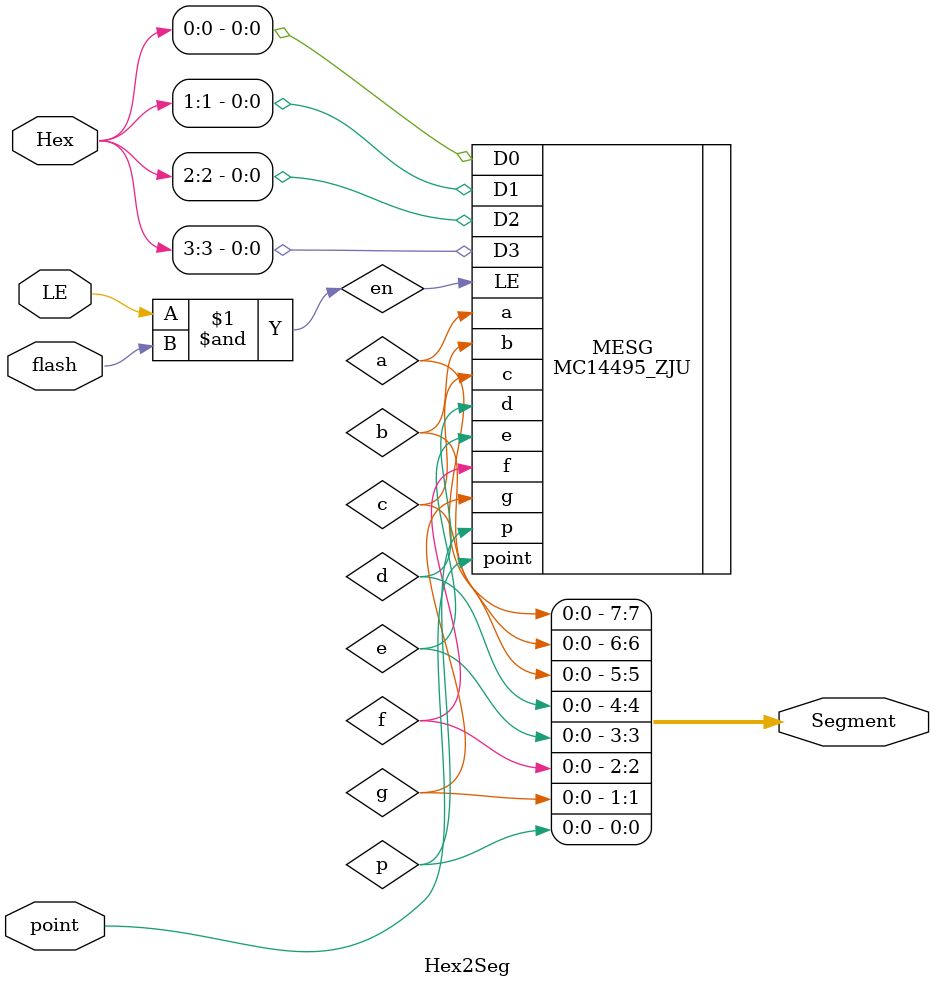
<source format=v>
`timescale 1ns / 1ps
module Hex2Seg(input [3:0] Hex,
               input LE,
					input point,
					input flash,
					output [7:0]Segment
    );
	 
	 wire en = LE & flash;
	 wire a,b,c,d,e,f,g,p;
	 MC14495_ZJU  MESG(.D3(Hex[3]),.D2(Hex[2]),.D1(Hex[1]),.D0(Hex[0]),.LE(en),
	                   .point(point),.a(a),.b(b),.c(c),.d(d),.e(e),.f(f),.g(g),.p(p));
    assign Segment = {a,b,c,d,e,f,g,p};
endmodule

</source>
